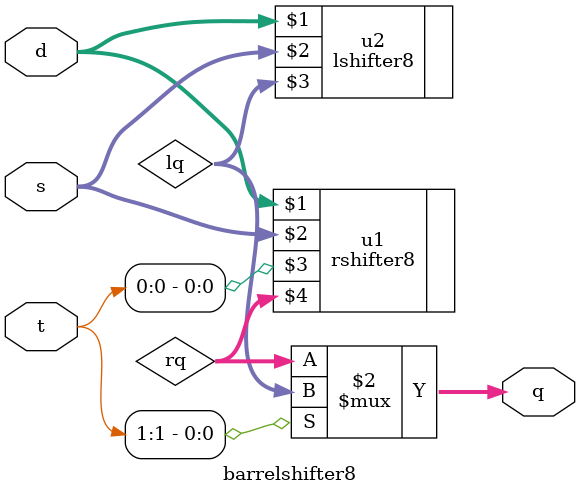
<source format=v>
`timescale 1ns / 1ps


module barrelshifter8(
    input [7:0] d,
    input [2:0] s,              //  ÒÆ¶¯ÎªÊý
    input [1:0] t,              //  1X--×óÒÆ  00--Âß¼­ÓÒÒÆ  01--ËãÊõÓÒÒÆ
    output [7:0] q
    );
    wire [7:0] rq,lq;
    
    rshifter8 u1(d,s,t[0],rq);   //  ÓÒÒÆ
    lshifter8 u2(d,s,lq);        // ×óÒÆ
    
    assign q = (t[1] ==1) ? lq : rq;
endmodule

</source>
